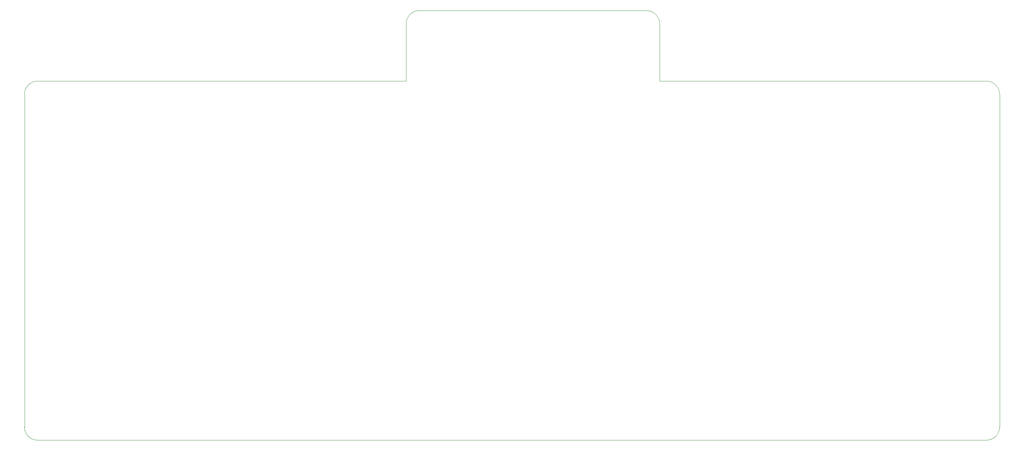
<source format=gbr>
%TF.GenerationSoftware,KiCad,Pcbnew,(5.1.6)-1*%
%TF.CreationDate,2020-06-06T18:37:03-05:00*%
%TF.ProjectId,cerkit48,6365726b-6974-4343-982e-6b696361645f,rev?*%
%TF.SameCoordinates,Original*%
%TF.FileFunction,Profile,NP*%
%FSLAX46Y46*%
G04 Gerber Fmt 4.6, Leading zero omitted, Abs format (unit mm)*
G04 Created by KiCad (PCBNEW (5.1.6)-1) date 2020-06-06 18:37:03*
%MOMM*%
%LPD*%
G01*
G04 APERTURE LIST*
%TA.AperFunction,Profile*%
%ADD10C,0.050000*%
%TD*%
G04 APERTURE END LIST*
D10*
X261937500Y-134937500D02*
X261937500Y-52387500D01*
X23812500Y-138112500D02*
X258762500Y-138112500D01*
X20637500Y-52387500D02*
X20637500Y-134937500D01*
X115093750Y-49212500D02*
X115093750Y-34925000D01*
X23812500Y-49212500D02*
X115093750Y-49212500D01*
X177800000Y-49212500D02*
X177800000Y-34925000D01*
X258762500Y-49212500D02*
X177800000Y-49212500D01*
X258762500Y-49212500D02*
G75*
G02*
X261937500Y-52387500I0J-3175000D01*
G01*
X261937500Y-134937500D02*
G75*
G02*
X258762500Y-138112500I-3175000J0D01*
G01*
X23812500Y-138112500D02*
G75*
G02*
X20637500Y-134937500I0J3175000D01*
G01*
X20637500Y-52387500D02*
G75*
G02*
X23812500Y-49212500I3175000J0D01*
G01*
X174625000Y-31750000D02*
X118268750Y-31750000D01*
X115093750Y-34925000D02*
G75*
G02*
X118268750Y-31750000I3175000J0D01*
G01*
X174625000Y-31750000D02*
G75*
G02*
X177800000Y-34925000I0J-3175000D01*
G01*
M02*

</source>
